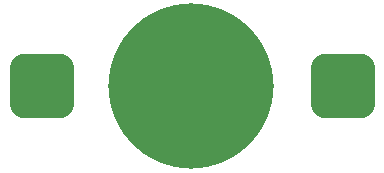
<source format=gbp>
%TF.GenerationSoftware,KiCad,Pcbnew,8.0.3*%
%TF.CreationDate,2024-07-02T11:26:53+01:00*%
%TF.ProjectId,I_Can_Solder_Badge,495f4361-6e5f-4536-9f6c-6465725f4261,rev?*%
%TF.SameCoordinates,Original*%
%TF.FileFunction,Paste,Bot*%
%TF.FilePolarity,Positive*%
%FSLAX46Y46*%
G04 Gerber Fmt 4.6, Leading zero omitted, Abs format (unit mm)*
G04 Created by KiCad (PCBNEW 8.0.3) date 2024-07-02 11:26:53*
%MOMM*%
%LPD*%
G01*
G04 APERTURE LIST*
G04 Aperture macros list*
%AMRoundRect*
0 Rectangle with rounded corners*
0 $1 Rounding radius*
0 $2 $3 $4 $5 $6 $7 $8 $9 X,Y pos of 4 corners*
0 Add a 4 corners polygon primitive as box body*
4,1,4,$2,$3,$4,$5,$6,$7,$8,$9,$2,$3,0*
0 Add four circle primitives for the rounded corners*
1,1,$1+$1,$2,$3*
1,1,$1+$1,$4,$5*
1,1,$1+$1,$6,$7*
1,1,$1+$1,$8,$9*
0 Add four rect primitives between the rounded corners*
20,1,$1+$1,$2,$3,$4,$5,0*
20,1,$1+$1,$4,$5,$6,$7,0*
20,1,$1+$1,$6,$7,$8,$9,0*
20,1,$1+$1,$8,$9,$2,$3,0*%
G04 Aperture macros list end*
%ADD10RoundRect,1.375000X-1.375000X-1.375000X1.375000X-1.375000X1.375000X1.375000X-1.375000X1.375000X0*%
%ADD11C,14.000000*%
G04 APERTURE END LIST*
D10*
%TO.C,J1*%
X128400000Y-70400000D03*
X153900000Y-70400000D03*
D11*
X141060000Y-70400000D03*
%TD*%
M02*

</source>
